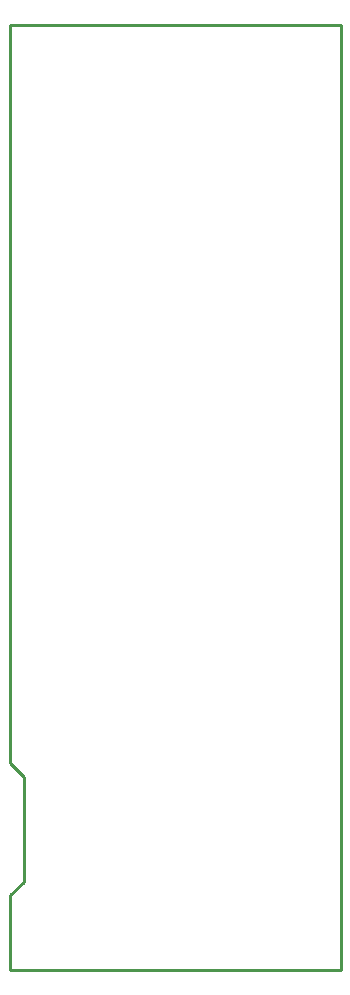
<source format=gbr>
G04 #@! TF.GenerationSoftware,KiCad,Pcbnew,5.1.6-c6e7f7d~87~ubuntu18.04.1*
G04 #@! TF.CreationDate,2022-06-10T14:43:55+03:00*
G04 #@! TF.ProjectId,ESP32-PoE_Rev_J,45535033-322d-4506-9f45-5f5265765f4a,J*
G04 #@! TF.SameCoordinates,Original*
G04 #@! TF.FileFunction,Profile,NP*
%FSLAX46Y46*%
G04 Gerber Fmt 4.6, Leading zero omitted, Abs format (unit mm)*
G04 Created by KiCad (PCBNEW 5.1.6-c6e7f7d~87~ubuntu18.04.1) date 2022-06-10 14:43:55*
%MOMM*%
%LPD*%
G01*
G04 APERTURE LIST*
G04 #@! TA.AperFunction,Profile*
%ADD10C,0.254000*%
G04 #@! TD*
G04 APERTURE END LIST*
D10*
X90150000Y-163830000D02*
X90150000Y-170150000D01*
X91313000Y-162687000D02*
X90150000Y-163830000D01*
X91313000Y-153797000D02*
X91313000Y-162687000D01*
X90150000Y-152654000D02*
X91313000Y-153797000D01*
X90150000Y-152654000D02*
X90150000Y-90150000D01*
X90150000Y-170150000D02*
X118150000Y-170150000D01*
X90150000Y-90150000D02*
X118150000Y-90150000D01*
X118150000Y-170150000D02*
X118150000Y-90150000D01*
M02*

</source>
